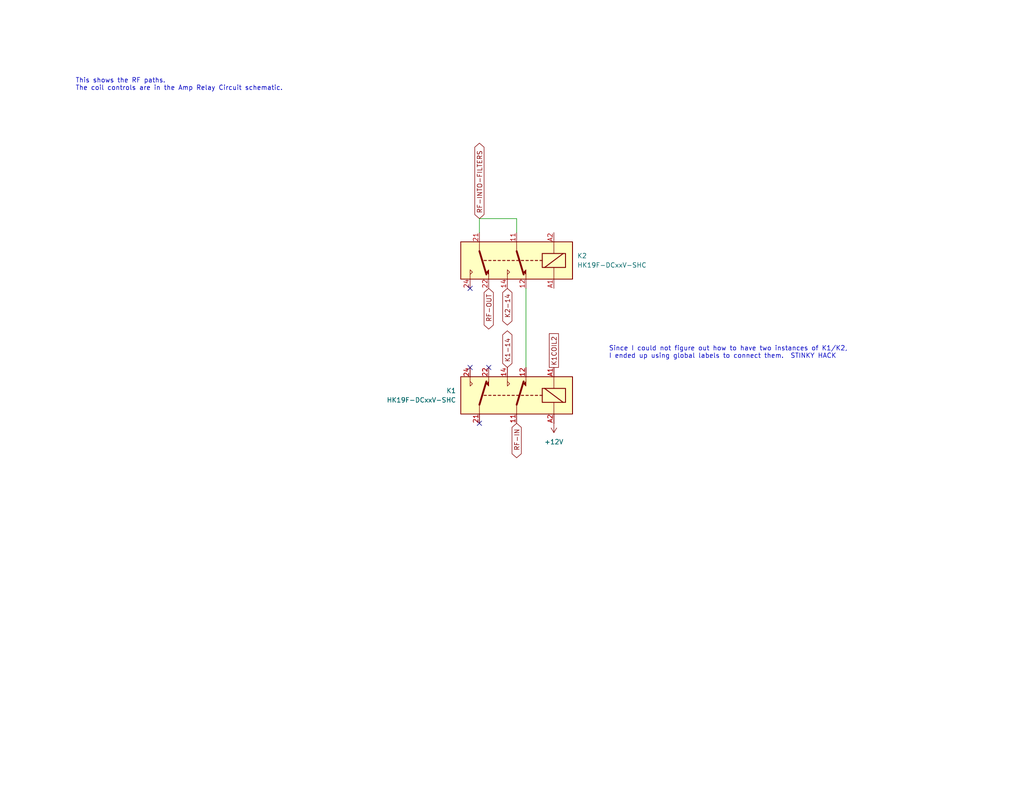
<source format=kicad_sch>
(kicad_sch (version 20231120) (generator "eeschema") (generator_version "8.0")
  (paper "USLetter")
  (title_block (title "QMX Amp") (date "2024-08-12") (rev "v0.4") (company "WA7GIL"))
  (lib_symbols
    (symbol "Relay:HK19F-DCxxV-SHC"
      (property "Reference" "K" (at 16.51 3.81 0))
      (property "Value" "HK19F-DCxxV-SHC" (at 16.51 1.27 0))
      (symbol "HK19F-DCxxV-SHC_0_1"
        (rectangle (start -15.24 5.08) (end 15.24 -5.08) (stroke (width 0.254)) (fill (type background)))
        (rectangle (start -13.335 1.905) (end -6.985 -1.905) (stroke (width 0.254)))
        (polyline (pts (xy -12.7 -1.905) (xy -7.62 1.905)) (stroke (width 0.254)))
        (polyline (pts (xy -10.16 -5.08) (xy -10.16 -1.905)))
        (polyline (pts (xy -10.16 5.08) (xy -10.16 1.905)))
        (polyline (pts (xy -6.985 0) (xy -6.35 0)) (stroke (width 0.254)))
        (polyline (pts (xy -5.715 0) (xy -5.08 0)) (stroke (width 0.254)))
        (polyline (pts (xy -4.445 0) (xy -3.81 0)) (stroke (width 0.254)))
        (polyline (pts (xy -3.175 0) (xy -2.54 0)) (stroke (width 0.254)))
        (polyline (pts (xy -1.905 0) (xy -1.27 0)) (stroke (width 0.254)))
        (polyline (pts (xy -0.635 0) (xy 0 0)) (stroke (width 0.254)))
        (polyline (pts (xy 0 -2.54) (xy -1.905 3.81)) (stroke (width 0.508)))
        (polyline (pts (xy 0 -2.54) (xy 0 -5.08)))
        (polyline (pts (xy 0.635 0) (xy 1.27 0)) (stroke (width 0.254)))
        (polyline (pts (xy 1.905 0) (xy 2.54 0)) (stroke (width 0.254)))
        (polyline (pts (xy 3.175 0) (xy 3.81 0)) (stroke (width 0.254)))
        (polyline (pts (xy 4.445 0) (xy 5.08 0)) (stroke (width 0.254)))
        (polyline (pts (xy 5.715 0) (xy 6.35 0)) (stroke (width 0.254)))
        (polyline (pts (xy 6.985 0) (xy 7.62 0)) (stroke (width 0.254)))
        (polyline (pts (xy 8.255 0) (xy 8.89 0)) (stroke (width 0.254)))
        (polyline (pts (xy 10.16 -2.54) (xy 8.255 3.81)) (stroke (width 0.508)))
        (polyline (pts (xy 10.16 -2.54) (xy 10.16 -5.08)))
        (polyline (pts (xy -2.54 5.08) (xy -2.54 2.54) (xy -1.905 3.175) (xy -2.54 3.81)) (fill (type outline)))
        (polyline (pts (xy 2.54 5.08) (xy 2.54 2.54) (xy 1.905 3.175) (xy 2.54 3.81)))
        (polyline (pts (xy 7.62 5.08) (xy 7.62 2.54) (xy 8.255 3.175) (xy 7.62 3.81)) (fill (type outline)))
        (polyline (pts (xy 12.7 5.08) (xy 12.7 2.54) (xy 12.065 3.175) (xy 12.7 3.81)))
      )
      (symbol "HK19F-DCxxV-SHC_1_1"
        (pin passive line (at 0 -7.62 90) (length 2.54) (name "~") (number "11"))
        (pin passive line (at -2.54 7.62 270) (length 2.54) (name "~") (number "12"))
        (pin passive line (at 2.54 7.62 270) (length 2.54) (name "~") (number "14"))
        (pin passive line (at 10.16 -7.62 90) (length 2.54) (name "~") (number "21"))
        (pin passive line (at 7.62 7.62 270) (length 2.54) (name "~") (number "22"))
        (pin passive line (at 12.7 7.62 270) (length 2.54) (name "~") (number "24"))
        (pin passive line (at -10.16 7.62 270) (length 2.54) (name "~") (number "A1"))
        (pin passive line (at -10.16 -7.62 90) (length 2.54) (name "~") (number "A2"))
      )
    )
    (symbol "power:+12V" (power) (pin_numbers hide) (pin_names (offset 0) hide)
      (property "Value" "+12V" (at 0 3.556 0))
      (symbol "+12V_0_1"
        (polyline (pts (xy -0.762 1.27) (xy 0 2.54)))
        (polyline (pts (xy 0 0) (xy 0 2.54)))
        (polyline (pts (xy 0 2.54) (xy 0.762 1.27)))
      )
      (symbol "+12V_1_1"
        (pin power_in line (at 0 0 90) (length 0) (name "~") (number "1"))
      )
    )
  )
  (no_connect (at 128.27 100.33))
  (no_connect (at 130.81 115.57))
  (no_connect (at 133.35 100.33))
  (no_connect (at 128.27 78.74))
  (wire (pts (xy 130.81 59.69) (xy 140.97 59.69)))
  (wire (pts (xy 143.51 78.74) (xy 143.51 100.33)))
  (wire (pts (xy 130.81 63.5) (xy 130.81 59.69)))
  (wire (pts (xy 140.97 59.69) (xy 140.97 63.5)))
  (text "Since I could not figure out how to have two instances of K1/K2,\nI ended up using global labels to connect them.  STINKY HACK" (at 166.116 96.266 0) (effects (font (size 1.27 1.27)) (justify left)))
  (text "This shows the RF paths.\nThe coil controls are in the Amp Relay Circuit schematic." (at 20.574 23.114 0) (effects (font (size 1.27 1.27)) (justify left)))
  (global_label "K2-14" (shape bidirectional) (at 138.43 78.74 270) (property "Intersheetrefs" "${INTERSHEET_REFS}" (effects (hide yes))))
  (global_label "RF-OUT" (shape bidirectional) (at 133.35 78.74 270) (property "Intersheetrefs" "${INTERSHEET_REFS}" (effects (hide yes))))
  (global_label "RF-INTO-FILTERS" (shape bidirectional) (at 130.81 59.69 90) (property "Intersheetrefs" "${INTERSHEET_REFS}" (effects (hide yes))))
  (global_label "RF-IN" (shape bidirectional) (at 140.97 115.57 270) (property "Intersheetrefs" "${INTERSHEET_REFS}" (effects (hide yes))))
  (global_label "K1COIL2" (shape passive) (at 151.13 100.33 90) (property "Intersheetrefs" "${INTERSHEET_REFS}" (effects (hide yes))))
  (global_label "K1-14" (shape bidirectional) (at 138.43 100.33 90) (property "Intersheetrefs" "${INTERSHEET_REFS}" (effects (hide yes))))
  (symbol (lib_id "power:+12V") (at 151.13 115.57 180) (unit 1)
    (property "Reference" "#PWR033" (effects (hide yes)))
    (property "Value" "+12V" (at 151.13 120.65 0))
    (property "Description" "Power symbol creates a global label with name \"+12V\"" (effects (hide yes)))
  )
  (symbol (lib_id "Relay:HK19F-DCxxV-SHC") (at 140.97 71.12 180) (unit 1)
    (property "Reference" "K2" (at 157.48 69.8499 0) (effects (justify right)))
    (property "Value" "HK19F-DCxxV-SHC" (at 157.48 72.3899 0) (effects (justify right)))
    (property "Footprint" "Relay_THT:Relay_DPDT_Finder_30.22" (effects (hide yes)))
    (property "Datasheet" "https://www.lcsc.com/datasheet/lcsc_datasheet_1810201512_Ningbo-Keke-New-Era-Appliance-HK19F-DC12V-SHG_C42803.pdf" (effects (hide yes)))
    (property "Description" "HuiKe 19F monostable relay, DPDT, 1A" (effects (hide yes)))
  )
  (symbol (lib_id "Relay:HK19F-DCxxV-SHC") (at 140.97 107.95 0) (mirror y) (unit 1)
    (property "Reference" "K1" (at 124.46 106.6799 0) (effects (justify left)))
    (property "Value" "HK19F-DCxxV-SHC" (at 124.46 109.2199 0) (effects (justify left)))
    (property "Footprint" "Relay_THT:Relay_DPDT_Finder_30.22" (effects (hide yes)))
    (property "Datasheet" "https://www.lcsc.com/datasheet/lcsc_datasheet_1810201512_Ningbo-Keke-New-Era-Appliance-HK19F-DC12V-SHG_C42803.pdf" (effects (hide yes)))
    (property "Description" "HuiKe 19F monostable relay, DPDT, 1A" (effects (hide yes)))
  )
)
</source>
